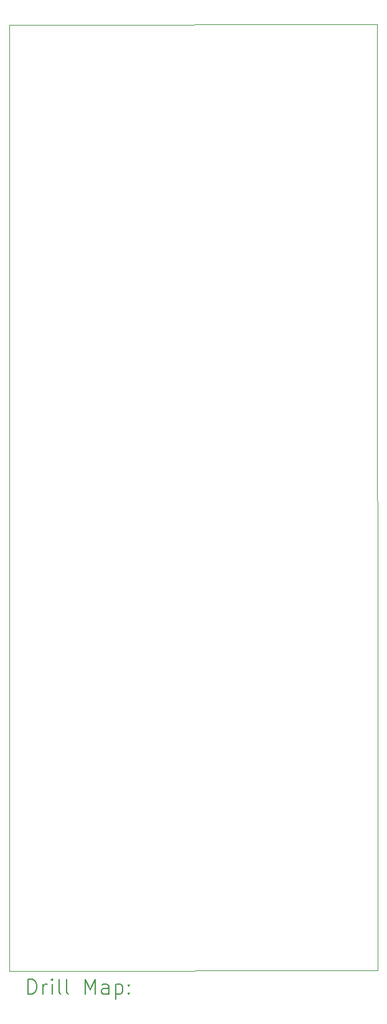
<source format=gbr>
%TF.GenerationSoftware,KiCad,Pcbnew,6.0.11+dfsg-1~bpo11+1*%
%TF.CreationDate,2023-04-14T14:39:15+08:00*%
%TF.ProjectId,MiniMix - Front,4d696e69-4d69-4782-902d-2046726f6e74,rev?*%
%TF.SameCoordinates,Original*%
%TF.FileFunction,Drillmap*%
%TF.FilePolarity,Positive*%
%FSLAX45Y45*%
G04 Gerber Fmt 4.5, Leading zero omitted, Abs format (unit mm)*
G04 Created by KiCad (PCBNEW 6.0.11+dfsg-1~bpo11+1) date 2023-04-14 14:39:15*
%MOMM*%
%LPD*%
G01*
G04 APERTURE LIST*
%ADD10C,0.100000*%
%ADD11C,0.200000*%
G04 APERTURE END LIST*
D10*
X14000000Y-3997057D02*
X14010000Y-16847057D01*
X9000000Y-16850000D02*
X9000000Y-4000000D01*
X9000000Y-4000000D02*
X14000000Y-3997057D01*
X14010000Y-16847057D02*
X9000000Y-16850000D01*
D11*
X9252619Y-17165476D02*
X9252619Y-16965476D01*
X9300238Y-16965476D01*
X9328810Y-16975000D01*
X9347857Y-16994048D01*
X9357381Y-17013095D01*
X9366905Y-17051190D01*
X9366905Y-17079762D01*
X9357381Y-17117857D01*
X9347857Y-17136905D01*
X9328810Y-17155952D01*
X9300238Y-17165476D01*
X9252619Y-17165476D01*
X9452619Y-17165476D02*
X9452619Y-17032143D01*
X9452619Y-17070238D02*
X9462143Y-17051190D01*
X9471667Y-17041667D01*
X9490714Y-17032143D01*
X9509762Y-17032143D01*
X9576429Y-17165476D02*
X9576429Y-17032143D01*
X9576429Y-16965476D02*
X9566905Y-16975000D01*
X9576429Y-16984524D01*
X9585952Y-16975000D01*
X9576429Y-16965476D01*
X9576429Y-16984524D01*
X9700238Y-17165476D02*
X9681190Y-17155952D01*
X9671667Y-17136905D01*
X9671667Y-16965476D01*
X9805000Y-17165476D02*
X9785952Y-17155952D01*
X9776429Y-17136905D01*
X9776429Y-16965476D01*
X10033571Y-17165476D02*
X10033571Y-16965476D01*
X10100238Y-17108333D01*
X10166905Y-16965476D01*
X10166905Y-17165476D01*
X10347857Y-17165476D02*
X10347857Y-17060714D01*
X10338333Y-17041667D01*
X10319286Y-17032143D01*
X10281190Y-17032143D01*
X10262143Y-17041667D01*
X10347857Y-17155952D02*
X10328810Y-17165476D01*
X10281190Y-17165476D01*
X10262143Y-17155952D01*
X10252619Y-17136905D01*
X10252619Y-17117857D01*
X10262143Y-17098810D01*
X10281190Y-17089286D01*
X10328810Y-17089286D01*
X10347857Y-17079762D01*
X10443095Y-17032143D02*
X10443095Y-17232143D01*
X10443095Y-17041667D02*
X10462143Y-17032143D01*
X10500238Y-17032143D01*
X10519286Y-17041667D01*
X10528810Y-17051190D01*
X10538333Y-17070238D01*
X10538333Y-17127381D01*
X10528810Y-17146429D01*
X10519286Y-17155952D01*
X10500238Y-17165476D01*
X10462143Y-17165476D01*
X10443095Y-17155952D01*
X10624048Y-17146429D02*
X10633571Y-17155952D01*
X10624048Y-17165476D01*
X10614524Y-17155952D01*
X10624048Y-17146429D01*
X10624048Y-17165476D01*
X10624048Y-17041667D02*
X10633571Y-17051190D01*
X10624048Y-17060714D01*
X10614524Y-17051190D01*
X10624048Y-17041667D01*
X10624048Y-17060714D01*
M02*

</source>
